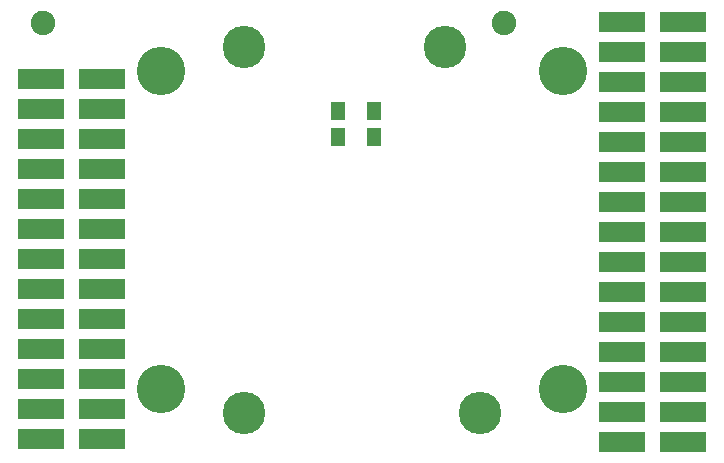
<source format=gts>
G04 #@! TF.FileFunction,Soldermask,Top*
%FSLAX46Y46*%
G04 Gerber Fmt 4.6, Leading zero omitted, Abs format (unit mm)*
G04 Created by KiCad (PCBNEW 4.0.1-stable) date 2/1/2017 11:43:10 PM*
%MOMM*%
G01*
G04 APERTURE LIST*
%ADD10C,0.100000*%
%ADD11C,2.076400*%
%ADD12C,4.100000*%
%ADD13R,3.960000X1.670000*%
%ADD14C,3.600000*%
%ADD15R,1.300000X1.600000*%
G04 APERTURE END LIST*
D10*
D11*
X-27000000Y17500000D03*
X12000000Y17500000D03*
D12*
X-17000000Y13500000D03*
X-17000000Y-13500000D03*
X17000000Y-13500000D03*
X17000000Y13500000D03*
D13*
X-27200000Y12800000D03*
X-21990000Y12800000D03*
X-27200000Y10260000D03*
X-21990000Y10260000D03*
X-27200000Y7720000D03*
X-21990000Y7720000D03*
X-27200000Y5180000D03*
X-21990000Y5180000D03*
X-27200000Y2640000D03*
X-21990000Y2640000D03*
X-27200000Y100000D03*
X-21990000Y100000D03*
X-27200000Y-2440000D03*
X-21990000Y-2440000D03*
X-27200000Y-4980000D03*
X-21990000Y-4980000D03*
X-27200000Y-7520000D03*
X-21990000Y-7520000D03*
X-27200000Y-10060000D03*
X-21990000Y-10060000D03*
X-27200000Y-12600000D03*
X-21990000Y-12600000D03*
X-27200000Y-15140000D03*
X-21990000Y-15140000D03*
X-27200000Y-17680000D03*
X-21990000Y-17680000D03*
X22000000Y17600000D03*
X27210000Y17600000D03*
X22000000Y15060000D03*
X27210000Y15060000D03*
X22000000Y12520000D03*
X27210000Y12520000D03*
X22000000Y9980000D03*
X27210000Y9980000D03*
X22000000Y7440000D03*
X27210000Y7440000D03*
X22000000Y4900000D03*
X27210000Y4900000D03*
X22000000Y2360000D03*
X27210000Y2360000D03*
X22000000Y-180000D03*
X27210000Y-180000D03*
X22000000Y-2720000D03*
X27210000Y-2720000D03*
X22000000Y-5260000D03*
X27210000Y-5260000D03*
X22000000Y-7800000D03*
X27210000Y-7800000D03*
X22000000Y-10340000D03*
X27210000Y-10340000D03*
X22000000Y-12880000D03*
X27210000Y-12880000D03*
X22000000Y-15420000D03*
X27210000Y-15420000D03*
X22000000Y-17960000D03*
X27210000Y-17960000D03*
D14*
X-10000000Y15500000D03*
X-10000000Y-15500000D03*
X10000000Y-15500000D03*
X7000000Y15500000D03*
D15*
X-2000000Y10100000D03*
X-2000000Y7900000D03*
X1000000Y10100000D03*
X1000000Y7900000D03*
M02*

</source>
